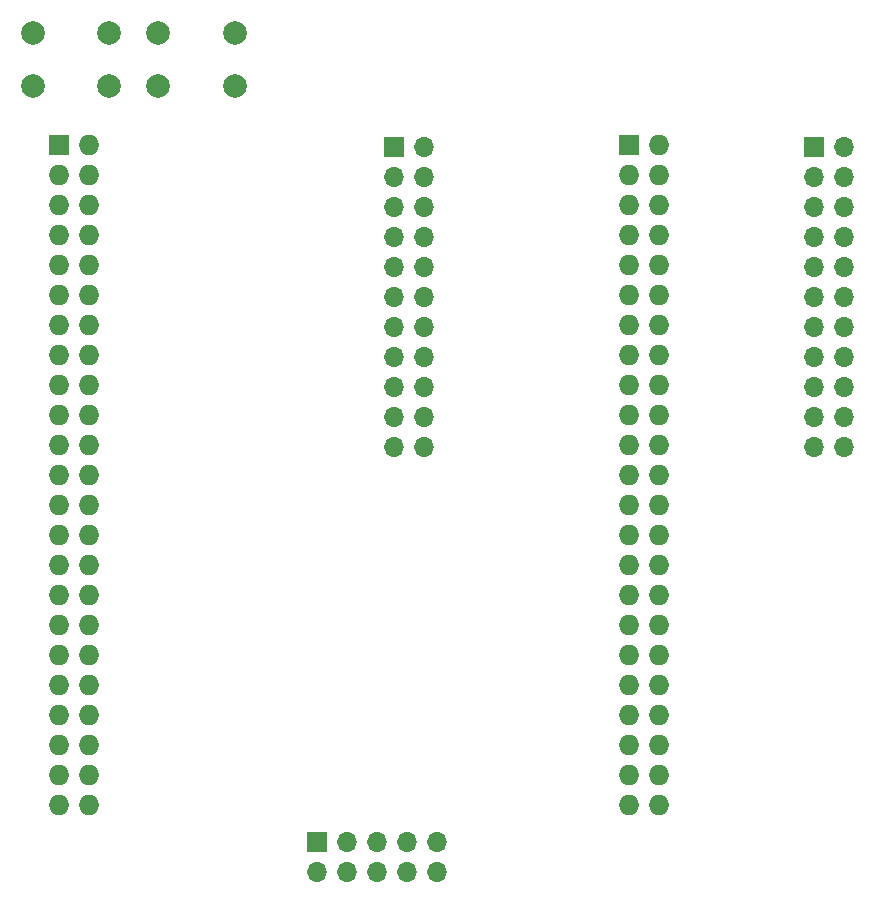
<source format=gbs>
G04 #@! TF.FileFunction,Soldermask,Bot*
%FSLAX46Y46*%
G04 Gerber Fmt 4.6, Leading zero omitted, Abs format (unit mm)*
G04 Created by KiCad (PCBNEW 4.0.6) date 08/23/17 08:58:04*
%MOMM*%
%LPD*%
G01*
G04 APERTURE LIST*
%ADD10C,0.100000*%
%ADD11R,1.727200X1.727200*%
%ADD12O,1.727200X1.727200*%
%ADD13R,1.700000X1.700000*%
%ADD14O,1.700000X1.700000*%
%ADD15C,2.000000*%
G04 APERTURE END LIST*
D10*
D11*
X214278100Y-43406400D03*
D12*
X216818100Y-43406400D03*
X214278100Y-45946400D03*
X216818100Y-45946400D03*
X214278100Y-48486400D03*
X216818100Y-48486400D03*
X214278100Y-51026400D03*
X216818100Y-51026400D03*
X214278100Y-53566400D03*
X216818100Y-53566400D03*
X214278100Y-56106400D03*
X216818100Y-56106400D03*
X214278100Y-58646400D03*
X216818100Y-58646400D03*
X214278100Y-61186400D03*
X216818100Y-61186400D03*
X214278100Y-63726400D03*
X216818100Y-63726400D03*
X214278100Y-66266400D03*
X216818100Y-66266400D03*
X214278100Y-68806400D03*
X216818100Y-68806400D03*
X214278100Y-71346400D03*
X216818100Y-71346400D03*
X214278100Y-73886400D03*
X216818100Y-73886400D03*
X214278100Y-76426400D03*
X216818100Y-76426400D03*
X214278100Y-78966400D03*
X216818100Y-78966400D03*
X214278100Y-81506400D03*
X216818100Y-81506400D03*
X214278100Y-84046400D03*
X216818100Y-84046400D03*
X214278100Y-86586400D03*
X216818100Y-86586400D03*
X214278100Y-89126400D03*
X216818100Y-89126400D03*
X214278100Y-91666400D03*
X216818100Y-91666400D03*
X214278100Y-94206400D03*
X216818100Y-94206400D03*
X214278100Y-96746400D03*
X216818100Y-96746400D03*
X214278100Y-99286400D03*
X216818100Y-99286400D03*
D11*
X166018100Y-43406400D03*
D12*
X168558100Y-43406400D03*
X166018100Y-45946400D03*
X168558100Y-45946400D03*
X166018100Y-48486400D03*
X168558100Y-48486400D03*
X166018100Y-51026400D03*
X168558100Y-51026400D03*
X166018100Y-53566400D03*
X168558100Y-53566400D03*
X166018100Y-56106400D03*
X168558100Y-56106400D03*
X166018100Y-58646400D03*
X168558100Y-58646400D03*
X166018100Y-61186400D03*
X168558100Y-61186400D03*
X166018100Y-63726400D03*
X168558100Y-63726400D03*
X166018100Y-66266400D03*
X168558100Y-66266400D03*
X166018100Y-68806400D03*
X168558100Y-68806400D03*
X166018100Y-71346400D03*
X168558100Y-71346400D03*
X166018100Y-73886400D03*
X168558100Y-73886400D03*
X166018100Y-76426400D03*
X168558100Y-76426400D03*
X166018100Y-78966400D03*
X168558100Y-78966400D03*
X166018100Y-81506400D03*
X168558100Y-81506400D03*
X166018100Y-84046400D03*
X168558100Y-84046400D03*
X166018100Y-86586400D03*
X168558100Y-86586400D03*
X166018100Y-89126400D03*
X168558100Y-89126400D03*
X166018100Y-91666400D03*
X168558100Y-91666400D03*
X166018100Y-94206400D03*
X168558100Y-94206400D03*
X166018100Y-96746400D03*
X168558100Y-96746400D03*
X166018100Y-99286400D03*
X168558100Y-99286400D03*
D13*
X187886100Y-102434400D03*
D14*
X187886100Y-104974400D03*
X190426100Y-102434400D03*
X190426100Y-104974400D03*
X192966100Y-102434400D03*
X192966100Y-104974400D03*
X195506100Y-102434400D03*
X195506100Y-104974400D03*
X198046100Y-102434400D03*
X198046100Y-104974400D03*
D15*
X163770100Y-38382400D03*
X170270100Y-38382400D03*
X163770100Y-33882400D03*
X170270100Y-33882400D03*
D13*
X194348100Y-43586400D03*
D14*
X196888100Y-43586400D03*
X194348100Y-46126400D03*
X196888100Y-46126400D03*
X194348100Y-48666400D03*
X196888100Y-48666400D03*
X194348100Y-51206400D03*
X196888100Y-51206400D03*
X194348100Y-53746400D03*
X196888100Y-53746400D03*
X194348100Y-56286400D03*
X196888100Y-56286400D03*
X194348100Y-58826400D03*
X196888100Y-58826400D03*
X194348100Y-61366400D03*
X196888100Y-61366400D03*
X194348100Y-63906400D03*
X196888100Y-63906400D03*
X194348100Y-66446400D03*
X196888100Y-66446400D03*
X194348100Y-68986400D03*
X196888100Y-68986400D03*
D13*
X229908100Y-43586400D03*
D14*
X232448100Y-43586400D03*
X229908100Y-46126400D03*
X232448100Y-46126400D03*
X229908100Y-48666400D03*
X232448100Y-48666400D03*
X229908100Y-51206400D03*
X232448100Y-51206400D03*
X229908100Y-53746400D03*
X232448100Y-53746400D03*
X229908100Y-56286400D03*
X232448100Y-56286400D03*
X229908100Y-58826400D03*
X232448100Y-58826400D03*
X229908100Y-61366400D03*
X232448100Y-61366400D03*
X229908100Y-63906400D03*
X232448100Y-63906400D03*
X229908100Y-66446400D03*
X232448100Y-66446400D03*
X229908100Y-68986400D03*
X232448100Y-68986400D03*
D15*
X174370100Y-38382400D03*
X180870100Y-38382400D03*
X174370100Y-33882400D03*
X180870100Y-33882400D03*
M02*

</source>
